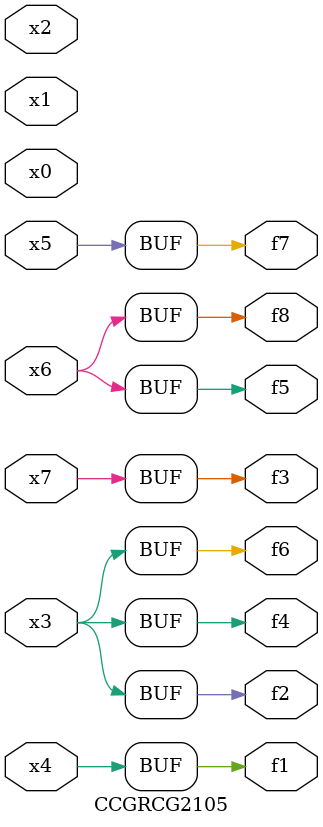
<source format=v>
module CCGRCG2105(
	input x0, x1, x2, x3, x4, x5, x6, x7,
	output f1, f2, f3, f4, f5, f6, f7, f8
);
	assign f1 = x4;
	assign f2 = x3;
	assign f3 = x7;
	assign f4 = x3;
	assign f5 = x6;
	assign f6 = x3;
	assign f7 = x5;
	assign f8 = x6;
endmodule

</source>
